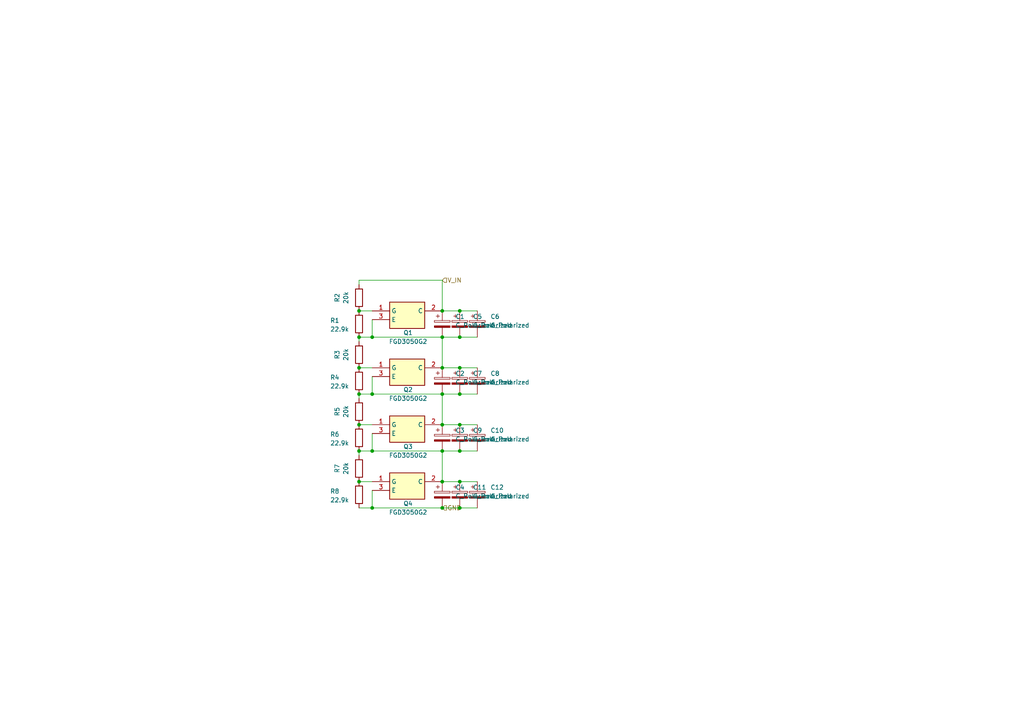
<source format=kicad_sch>
(kicad_sch (version 20250114) (generator "eeschema") (generator_version "9.0")
  (paper "A4")
  (lib_symbols
    (symbol "Device:C_Polarized" (pin_numbers (hide yes)) (pin_names (offset 0.254))
      (property "Reference" "C" (at 0.635 2.54 0))
      (property "Value" "C_Polarized" (at 0.635 -2.54 0))
      (symbol "C_Polarized_0_1"
        (rectangle (start -2.286 0.508) (end 2.286 1.016))
        (polyline (pts (xy -1.778 2.286) (xy -0.762 2.286)))
        (polyline (pts (xy -1.27 2.794) (xy -1.27 1.778)))
        (rectangle (start 2.286 -0.508) (end -2.286 -1.016) (fill (type outline)))
      )
      (symbol "C_Polarized_1_1"
        (pin passive line (at 0 3.81 270) (length 2.794) (name "~") (number "1"))
        (pin passive line (at 0 -3.81 90) (length 2.794) (name "~") (number "2"))
      )
    )
    (symbol "Device:R" (pin_numbers (hide yes)) (pin_names (offset 0))
      (property "Reference" "R" (at 2.032 0 90))
      (property "Value" "R" (at 0 0 90))
      (symbol "R_0_1"
        (rectangle (start -1.016 -2.54) (end 1.016 2.54) (stroke (width 0.254)))
      )
      (symbol "R_1_1"
        (pin passive line (at 0 3.81 270) (length 1.27) (name "~") (number "1"))
        (pin passive line (at 0 -3.81 90) (length 1.27) (name "~") (number "2"))
      )
    )
    (symbol "capbankrev2:FGD3050G2"
      (property "Reference" "Q" (at 16.51 7.62 0))
      (property "Value" "FGD3050G2" (at 16.51 5.08 0))
      (symbol "FGD3050G2_1_1"
        (rectangle (start 5.08 2.54) (end 15.24 -5.08) (stroke (width 0.254)) (fill (type background)))
        (pin passive line (at 0 0 0) (length 5.08) (name "G") (number "1"))
        (pin passive line (at 0 -2.54 0) (length 5.08) (name "E") (number "3"))
        (pin passive line (at 20.32 0 180) (length 5.08) (name "C") (number "2"))
      )
    )
  )
  (junction (at 128.27 130.81))
  (junction (at 104.14 90.17))
  (junction (at 107.95 130.81))
  (junction (at 104.14 123.19))
  (junction (at 133.35 130.81))
  (junction (at 104.14 106.68))
  (junction (at 128.27 123.19))
  (junction (at 128.27 90.17))
  (junction (at 104.14 114.3))
  (junction (at 128.27 139.7))
  (junction (at 133.35 106.68))
  (junction (at 133.35 139.7))
  (junction (at 133.35 97.79))
  (junction (at 104.14 97.79))
  (junction (at 104.14 130.81))
  (junction (at 133.35 147.32))
  (junction (at 128.27 147.32))
  (junction (at 107.95 147.32))
  (junction (at 128.27 106.68))
  (junction (at 104.14 139.7))
  (junction (at 128.27 97.79))
  (junction (at 133.35 90.17))
  (junction (at 107.95 114.3))
  (junction (at 107.95 97.79))
  (junction (at 133.35 123.19))
  (junction (at 128.27 114.3))
  (junction (at 133.35 114.3))
  (wire (pts (xy 133.35 106.68) (xy 138.43 106.68)))
  (wire (pts (xy 104.14 97.79) (xy 107.95 97.79)))
  (wire (pts (xy 133.35 130.81) (xy 138.43 130.81)))
  (wire (pts (xy 104.14 114.3) (xy 107.95 114.3)))
  (wire (pts (xy 104.14 147.32) (xy 107.95 147.32)))
  (wire (pts (xy 107.95 114.3) (xy 128.27 114.3)))
  (wire (pts (xy 128.27 97.79) (xy 133.35 97.79)))
  (wire (pts (xy 104.14 123.19) (xy 107.95 123.19)))
  (wire (pts (xy 104.14 130.81) (xy 107.95 130.81)))
  (wire (pts (xy 107.95 125.73) (xy 107.95 130.81)))
  (wire (pts (xy 128.27 123.19) (xy 133.35 123.19)))
  (wire (pts (xy 133.35 139.7) (xy 138.43 139.7)))
  (wire (pts (xy 104.14 114.3) (xy 104.14 115.57)))
  (wire (pts (xy 128.27 114.3) (xy 133.35 114.3)))
  (wire (pts (xy 104.14 81.28) (xy 104.14 82.55)))
  (wire (pts (xy 128.27 139.7) (xy 133.35 139.7)))
  (wire (pts (xy 104.14 106.68) (xy 107.95 106.68)))
  (wire (pts (xy 128.27 147.32) (xy 133.35 147.32)))
  (wire (pts (xy 133.35 97.79) (xy 138.43 97.79)))
  (wire (pts (xy 128.27 106.68) (xy 133.35 106.68)))
  (wire (pts (xy 107.95 142.24) (xy 107.95 147.32)))
  (wire (pts (xy 133.35 147.32) (xy 138.43 147.32)))
  (wire (pts (xy 128.27 90.17) (xy 133.35 90.17)))
  (wire (pts (xy 104.14 130.81) (xy 104.14 132.08)))
  (wire (pts (xy 133.35 114.3) (xy 138.43 114.3)))
  (wire (pts (xy 107.95 109.22) (xy 107.95 114.3)))
  (wire (pts (xy 128.27 130.81) (xy 133.35 130.81)))
  (wire (pts (xy 107.95 97.79) (xy 128.27 97.79)))
  (wire (pts (xy 128.27 114.3) (xy 128.27 123.19)))
  (wire (pts (xy 104.14 97.79) (xy 104.14 99.06)))
  (wire (pts (xy 128.27 130.81) (xy 128.27 139.7)))
  (wire (pts (xy 128.27 97.79) (xy 128.27 106.68)))
  (wire (pts (xy 104.14 90.17) (xy 107.95 90.17)))
  (wire (pts (xy 104.14 139.7) (xy 107.95 139.7)))
  (wire (pts (xy 133.35 90.17) (xy 138.43 90.17)))
  (wire (pts (xy 128.27 81.28) (xy 128.27 90.17)))
  (wire (pts (xy 107.95 92.71) (xy 107.95 97.79)))
  (wire (pts (xy 107.95 147.32) (xy 128.27 147.32)))
  (wire (pts (xy 133.35 123.19) (xy 138.43 123.19)))
  (wire (pts (xy 104.14 81.28) (xy 128.27 81.28)))
  (wire (pts (xy 107.95 130.81) (xy 128.27 130.81)))
  (hierarchical_label "GND" (shape input) (at 128.27 147.32 0))
  (hierarchical_label "V_IN" (shape input) (at 128.27 81.28 0))
  (symbol (lib_id "Device:C_Polarized") (at 138.43 110.49 0) (unit 1)
    (property "Reference" "C8" (at 142.24 108.3309 0) (effects (justify left)))
    (property "Value" "C_Polarized" (at 142.24 110.8709 0) (effects (justify left)))
    (property "Footprint" "Library:smallcap" (effects (hide yes)))
    (property "Description" "Polarized capacitor" (effects (hide yes)))
  )
  (symbol (lib_id "Device:R") (at 104.14 127 0) (unit 1)
    (property "Reference" "R6" (at 95.758 125.984 0) (effects (justify left)))
    (property "Value" "22.9k" (at 95.758 128.524 0) (effects (justify left)))
    (property "Footprint" "Resistor_THT:R_Axial_DIN0207_L6.3mm_D2.5mm_P7.62mm_Horizontal" (effects (hide yes)))
    (property "Description" "Resistor" (effects (hide yes)))
  )
  (symbol (lib_id "capbankrev2:FGD3050G2") (at 107.95 123.19 0) (unit 1)
    (property "Reference" "Q3" (at 118.364 129.54 0))
    (property "Value" "FGD3050G2" (at 118.364 132.08 0))
    (property "Footprint" "Library:FGD3050G2" (effects (hide yes)))
    (property "Datasheet" "https://www.onsemi.com/pub/Collateral/FGD3050G2-D.PDF" (effects (hide yes)))
    (property "Description" "SCIS Energy = 300mJ at TJ = 25C; Logic Level Gate Drive; Qualified to AEC Q101; RoHS Compliant" (effects (hide yes)))
    (property "Height" "2.39" (effects (hide yes)))
    (property "Manufacturer_Name" "onsemi" (effects (hide yes)))
    (property "Manufacturer_Part_Number" "FGD3050G2" (effects (hide yes)))
    (property "Mouser Part Number" "863-FGD3050G2" (effects (hide yes)))
    (property "Mouser Price/Stock" "https://www.mouser.co.uk/ProductDetail/ON-Semiconductor/FGD3050G2?qs=%252B6g0mu59x7IzmfoHbjP2dA%3D%3D" (effects (hide yes)))
  )
  (symbol (lib_id "capbankrev2:FGD3050G2") (at 107.95 139.7 0) (unit 1)
    (property "Reference" "Q4" (at 118.364 146.05 0))
    (property "Value" "FGD3050G2" (at 118.364 148.59 0))
    (property "Footprint" "Library:FGD3050G2" (effects (hide yes)))
    (property "Datasheet" "https://www.onsemi.com/pub/Collateral/FGD3050G2-D.PDF" (effects (hide yes)))
    (property "Description" "SCIS Energy = 300mJ at TJ = 25C; Logic Level Gate Drive; Qualified to AEC Q101; RoHS Compliant" (effects (hide yes)))
    (property "Height" "2.39" (effects (hide yes)))
    (property "Manufacturer_Name" "onsemi" (effects (hide yes)))
    (property "Manufacturer_Part_Number" "FGD3050G2" (effects (hide yes)))
    (property "Mouser Part Number" "863-FGD3050G2" (effects (hide yes)))
    (property "Mouser Price/Stock" "https://www.mouser.co.uk/ProductDetail/ON-Semiconductor/FGD3050G2?qs=%252B6g0mu59x7IzmfoHbjP2dA%3D%3D" (effects (hide yes)))
  )
  (symbol (lib_id "Device:C_Polarized") (at 128.27 127 0) (unit 1)
    (property "Reference" "C3" (at 132.08 124.8409 0) (effects (justify left)))
    (property "Value" "C_Polarized" (at 132.08 127.3809 0) (effects (justify left)))
    (property "Footprint" "Library:bigcap" (effects (hide yes)))
    (property "Description" "Polarized capacitor" (effects (hide yes)))
  )
  (symbol (lib_id "Device:R") (at 104.14 93.98 0) (unit 1)
    (property "Reference" "R1" (at 95.758 92.964 0) (effects (justify left)))
    (property "Value" "22.9k" (at 95.758 95.504 0) (effects (justify left)))
    (property "Footprint" "Resistor_THT:R_Axial_DIN0207_L6.3mm_D2.5mm_P7.62mm_Horizontal" (effects (hide yes)))
    (property "Description" "Resistor" (effects (hide yes)))
  )
  (symbol (lib_id "Device:R") (at 104.14 135.89 180) (unit 1)
    (property "Reference" "R7" (at 97.79 135.89 90))
    (property "Value" "20k" (at 100.33 135.89 90))
    (property "Footprint" "Resistor_THT:R_Axial_DIN0207_L6.3mm_D2.5mm_P7.62mm_Horizontal" (effects (hide yes)))
    (property "Description" "Resistor" (effects (hide yes)))
  )
  (symbol (lib_id "Device:R") (at 104.14 110.49 0) (unit 1)
    (property "Reference" "R4" (at 95.758 109.474 0) (effects (justify left)))
    (property "Value" "22.9k" (at 95.758 112.014 0) (effects (justify left)))
    (property "Footprint" "Resistor_THT:R_Axial_DIN0207_L6.3mm_D2.5mm_P7.62mm_Horizontal" (effects (hide yes)))
    (property "Description" "Resistor" (effects (hide yes)))
  )
  (symbol (lib_id "Device:C_Polarized") (at 128.27 110.49 0) (unit 1)
    (property "Reference" "C2" (at 132.08 108.3309 0) (effects (justify left)))
    (property "Value" "C_Polarized" (at 132.08 110.8709 0) (effects (justify left)))
    (property "Footprint" "Library:bigcap" (effects (hide yes)))
    (property "Description" "Polarized capacitor" (effects (hide yes)))
  )
  (symbol (lib_id "Device:C_Polarized") (at 133.35 143.51 0) (unit 1)
    (property "Reference" "C11" (at 137.16 141.3509 0) (effects (justify left)))
    (property "Value" "C_Polarized" (at 137.16 143.8909 0) (effects (justify left)))
    (property "Footprint" "Library:smallcap" (effects (hide yes)))
    (property "Description" "Polarized capacitor" (effects (hide yes)))
  )
  (symbol (lib_id "capbankrev2:FGD3050G2") (at 107.95 106.68 0) (unit 1)
    (property "Reference" "Q2" (at 118.364 113.03 0))
    (property "Value" "FGD3050G2" (at 118.364 115.57 0))
    (property "Footprint" "Library:FGD3050G2" (effects (hide yes)))
    (property "Datasheet" "https://www.onsemi.com/pub/Collateral/FGD3050G2-D.PDF" (effects (hide yes)))
    (property "Description" "SCIS Energy = 300mJ at TJ = 25C; Logic Level Gate Drive; Qualified to AEC Q101; RoHS Compliant" (effects (hide yes)))
    (property "Height" "2.39" (effects (hide yes)))
    (property "Manufacturer_Name" "onsemi" (effects (hide yes)))
    (property "Manufacturer_Part_Number" "FGD3050G2" (effects (hide yes)))
    (property "Mouser Part Number" "863-FGD3050G2" (effects (hide yes)))
    (property "Mouser Price/Stock" "https://www.mouser.co.uk/ProductDetail/ON-Semiconductor/FGD3050G2?qs=%252B6g0mu59x7IzmfoHbjP2dA%3D%3D" (effects (hide yes)))
  )
  (symbol (lib_id "Device:C_Polarized") (at 128.27 93.98 0) (unit 1)
    (property "Reference" "C1" (at 132.08 91.8209 0) (effects (justify left)))
    (property "Value" "C_Polarized" (at 132.08 94.3609 0) (effects (justify left)))
    (property "Footprint" "Library:bigcap" (effects (hide yes)))
    (property "Description" "Polarized capacitor" (effects (hide yes)))
  )
  (symbol (lib_id "Device:C_Polarized") (at 133.35 127 0) (unit 1)
    (property "Reference" "C9" (at 137.16 124.8409 0) (effects (justify left)))
    (property "Value" "C_Polarized" (at 137.16 127.3809 0) (effects (justify left)))
    (property "Footprint" "Library:smallcap" (effects (hide yes)))
    (property "Description" "Polarized capacitor" (effects (hide yes)))
  )
  (symbol (lib_id "capbankrev2:FGD3050G2") (at 107.95 90.17 0) (unit 1)
    (property "Reference" "Q1" (at 118.364 96.52 0))
    (property "Value" "FGD3050G2" (at 118.364 99.06 0))
    (property "Footprint" "Library:FGD3050G2" (effects (hide yes)))
    (property "Datasheet" "https://www.onsemi.com/pub/Collateral/FGD3050G2-D.PDF" (effects (hide yes)))
    (property "Description" "SCIS Energy = 300mJ at TJ = 25C; Logic Level Gate Drive; Qualified to AEC Q101; RoHS Compliant" (effects (hide yes)))
    (property "Height" "2.39" (effects (hide yes)))
    (property "Manufacturer_Name" "onsemi" (effects (hide yes)))
    (property "Manufacturer_Part_Number" "FGD3050G2" (effects (hide yes)))
    (property "Mouser Part Number" "863-FGD3050G2" (effects (hide yes)))
    (property "Mouser Price/Stock" "https://www.mouser.co.uk/ProductDetail/ON-Semiconductor/FGD3050G2?qs=%252B6g0mu59x7IzmfoHbjP2dA%3D%3D" (effects (hide yes)))
  )
  (symbol (lib_id "Device:C_Polarized") (at 133.35 93.98 0) (unit 1)
    (property "Reference" "C5" (at 137.16 91.8209 0) (effects (justify left)))
    (property "Value" "C_Polarized" (at 137.16 94.3609 0) (effects (justify left)))
    (property "Footprint" "Library:smallcap" (effects (hide yes)))
    (property "Description" "Polarized capacitor" (effects (hide yes)))
  )
  (symbol (lib_id "Device:R") (at 104.14 102.87 180) (unit 1)
    (property "Reference" "R3" (at 97.79 102.87 90))
    (property "Value" "20k" (at 100.33 102.87 90))
    (property "Footprint" "Resistor_THT:R_Axial_DIN0207_L6.3mm_D2.5mm_P7.62mm_Horizontal" (effects (hide yes)))
    (property "Description" "Resistor" (effects (hide yes)))
  )
  (symbol (lib_id "Device:C_Polarized") (at 138.43 93.98 0) (unit 1)
    (property "Reference" "C6" (at 142.24 91.8209 0) (effects (justify left)))
    (property "Value" "C_Polarized" (at 142.24 94.3609 0) (effects (justify left)))
    (property "Footprint" "Library:smallcap" (effects (hide yes)))
    (property "Description" "Polarized capacitor" (effects (hide yes)))
  )
  (symbol (lib_id "Device:R") (at 104.14 86.36 180) (unit 1)
    (property "Reference" "R2" (at 97.79 86.36 90))
    (property "Value" "20k" (at 100.33 86.36 90))
    (property "Footprint" "Resistor_THT:R_Axial_DIN0207_L6.3mm_D2.5mm_P7.62mm_Horizontal" (effects (hide yes)))
    (property "Description" "Resistor" (effects (hide yes)))
  )
  (symbol (lib_id "Device:C_Polarized") (at 128.27 143.51 0) (unit 1)
    (property "Reference" "C4" (at 132.08 141.3509 0) (effects (justify left)))
    (property "Value" "C_Polarized" (at 132.08 143.8909 0) (effects (justify left)))
    (property "Footprint" "Library:bigcap" (effects (hide yes)))
    (property "Description" "Polarized capacitor" (effects (hide yes)))
  )
  (symbol (lib_id "Device:C_Polarized") (at 138.43 127 0) (unit 1)
    (property "Reference" "C10" (at 142.24 124.8409 0) (effects (justify left)))
    (property "Value" "C_Polarized" (at 142.24 127.3809 0) (effects (justify left)))
    (property "Footprint" "Library:smallcap" (effects (hide yes)))
    (property "Description" "Polarized capacitor" (effects (hide yes)))
  )
  (symbol (lib_id "Device:R") (at 104.14 119.38 180) (unit 1)
    (property "Reference" "R5" (at 97.79 119.38 90))
    (property "Value" "20k" (at 100.33 119.38 90))
    (property "Footprint" "Resistor_THT:R_Axial_DIN0207_L6.3mm_D2.5mm_P7.62mm_Horizontal" (effects (hide yes)))
    (property "Description" "Resistor" (effects (hide yes)))
  )
  (symbol (lib_id "Device:C_Polarized") (at 138.43 143.51 0) (unit 1)
    (property "Reference" "C12" (at 142.24 141.3509 0) (effects (justify left)))
    (property "Value" "C_Polarized" (at 142.24 143.8909 0) (effects (justify left)))
    (property "Footprint" "Library:smallcap" (effects (hide yes)))
    (property "Description" "Polarized capacitor" (effects (hide yes)))
  )
  (symbol (lib_id "Device:R") (at 104.14 143.51 0) (unit 1)
    (property "Reference" "R8" (at 95.758 142.494 0) (effects (justify left)))
    (property "Value" "22.9k" (at 95.758 145.034 0) (effects (justify left)))
    (property "Footprint" "Resistor_THT:R_Axial_DIN0207_L6.3mm_D2.5mm_P7.62mm_Horizontal" (effects (hide yes)))
    (property "Description" "Resistor" (effects (hide yes)))
  )
  (symbol (lib_id "Device:C_Polarized") (at 133.35 110.49 0) (unit 1)
    (property "Reference" "C7" (at 137.16 108.3309 0) (effects (justify left)))
    (property "Value" "C_Polarized" (at 137.16 110.8709 0) (effects (justify left)))
    (property "Footprint" "Library:smallcap" (effects (hide yes)))
    (property "Description" "Polarized capacitor" (effects (hide yes)))
  )
)
</source>
